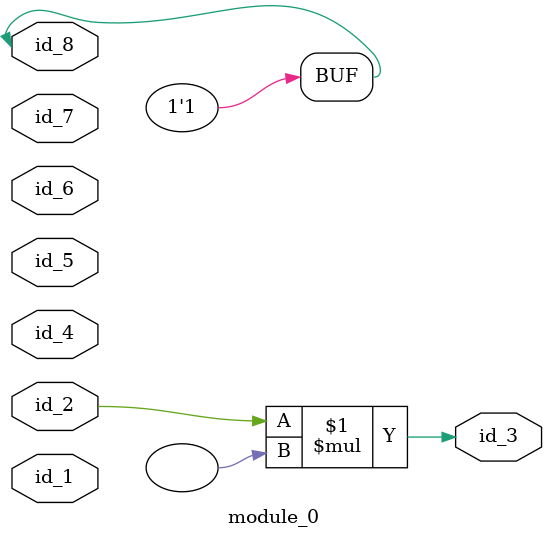
<source format=v>
`timescale 1 ps / 1ps
module module_0 (
    id_1,
    id_2,
    id_3,
    id_4,
    id_5,
    id_6,
    id_7,
    id_8
);
  inout id_8;
  input id_7;
  inout id_6;
  inout id_5;
  inout id_4;
  output id_3;
  inout id_2;
  inout id_1;
  wor id_8;
  assign id_8[1'b0] = 1;
  assign id_3 = id_2 * "";
endmodule

</source>
